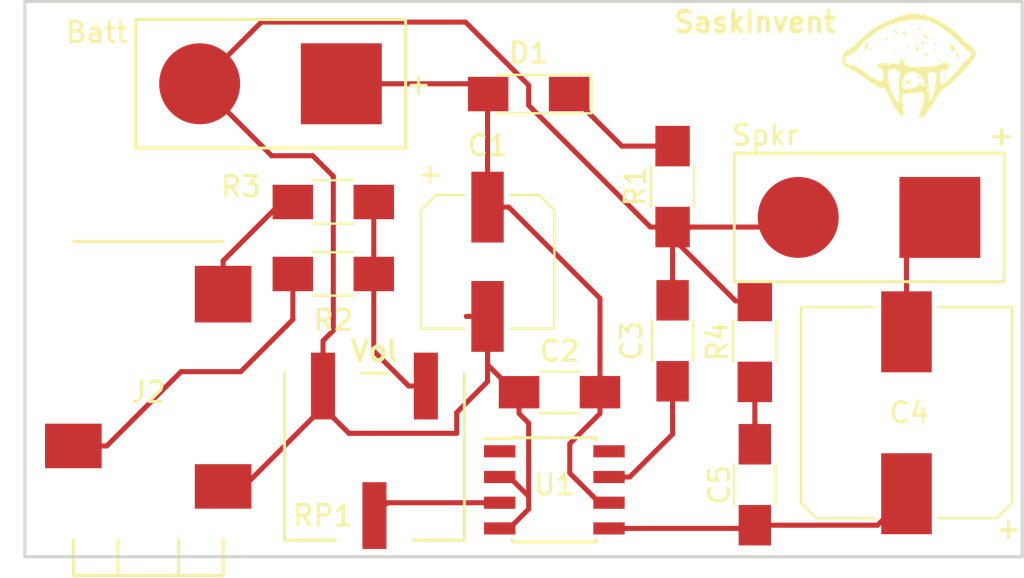
<source format=kicad_pcb>
(kicad_pcb (version 4) (host pcbnew 4.0.7)

  (general
    (links 0)
    (no_connects 0)
    (area 104.572999 65.964999 153.999001 93.547001)
    (thickness 1.6)
    (drawings 9)
    (tracks 89)
    (zones 0)
    (modules 16)
    (nets 14)
  )

  (page A4)
  (layers
    (0 F.Cu signal)
    (31 B.Cu signal)
    (32 B.Adhes user)
    (33 F.Adhes user)
    (34 B.Paste user)
    (35 F.Paste user)
    (36 B.SilkS user)
    (37 F.SilkS user)
    (38 B.Mask user)
    (39 F.Mask user)
    (40 Dwgs.User user)
    (41 Cmts.User user)
    (42 Eco1.User user)
    (43 Eco2.User user)
    (44 Edge.Cuts user)
    (45 Margin user)
    (46 B.CrtYd user)
    (47 F.CrtYd user)
    (48 B.Fab user)
    (49 F.Fab user)
  )

  (setup
    (last_trace_width 0.25)
    (trace_clearance 0.2)
    (zone_clearance 0.508)
    (zone_45_only no)
    (trace_min 0.1524)
    (segment_width 0.2)
    (edge_width 0.15)
    (via_size 0.6)
    (via_drill 0.4)
    (via_min_size 0.4)
    (via_min_drill 0.3048)
    (uvia_size 0.3)
    (uvia_drill 0.1)
    (uvias_allowed no)
    (uvia_min_size 0.2)
    (uvia_min_drill 0.1)
    (pcb_text_width 0.3)
    (pcb_text_size 1.5 1.5)
    (mod_edge_width 0.15)
    (mod_text_size 1 1)
    (mod_text_width 0.15)
    (pad_size 1.524 1.524)
    (pad_drill 0.762)
    (pad_to_mask_clearance 0.2)
    (aux_axis_origin 0 0)
    (visible_elements FFFFFF7F)
    (pcbplotparams
      (layerselection 0x00030_80000001)
      (usegerberextensions false)
      (excludeedgelayer true)
      (linewidth 0.100000)
      (plotframeref false)
      (viasonmask false)
      (mode 1)
      (useauxorigin false)
      (hpglpennumber 1)
      (hpglpenspeed 20)
      (hpglpendiameter 15)
      (hpglpenoverlay 2)
      (psnegative false)
      (psa4output false)
      (plotreference true)
      (plotvalue true)
      (plotinvisibletext false)
      (padsonsilk false)
      (subtractmaskfromsilk false)
      (outputformat 1)
      (mirror false)
      (drillshape 1)
      (scaleselection 1)
      (outputdirectory ""))
  )

  (net 0 "")
  (net 1 +9V)
  (net 2 GND)
  (net 3 "Net-(C3-Pad2)")
  (net 4 "Net-(C4-Pad1)")
  (net 5 "Net-(C4-Pad2)")
  (net 6 "Net-(C5-Pad2)")
  (net 7 "Net-(D1-Pad1)")
  (net 8 "Net-(J2-Pad2)")
  (net 9 "Net-(J2-Pad3)")
  (net 10 "Net-(R2-Pad1)")
  (net 11 "Net-(RP1-Pad2)")
  (net 12 "Net-(U1-Pad1)")
  (net 13 "Net-(U1-Pad8)")

  (net_class Default "This is the default net class."
    (clearance 0.2)
    (trace_width 0.25)
    (via_dia 0.6)
    (via_drill 0.4)
    (uvia_dia 0.3)
    (uvia_drill 0.1)
    (add_net +9V)
    (add_net GND)
    (add_net "Net-(C3-Pad2)")
    (add_net "Net-(C4-Pad1)")
    (add_net "Net-(C4-Pad2)")
    (add_net "Net-(C5-Pad2)")
    (add_net "Net-(D1-Pad1)")
    (add_net "Net-(J2-Pad2)")
    (add_net "Net-(J2-Pad3)")
    (add_net "Net-(R2-Pad1)")
    (add_net "Net-(RP1-Pad2)")
    (add_net "Net-(U1-Pad1)")
    (add_net "Net-(U1-Pad8)")
  )

  (module Capacitors_SMD:CP_Elec_6.3x7.7 (layer F.Cu) (tedit 58AA8B76) (tstamp 5A597D6F)
    (at 127.508 78.9 270)
    (descr "SMT capacitor, aluminium electrolytic, 6.3x7.7")
    (path /5A5703D3)
    (attr smd)
    (fp_text reference C1 (at -5.748 0 360) (layer F.SilkS)
      (effects (font (size 1 1) (thickness 0.15)))
    )
    (fp_text value 100uF (at 0 -4.43 270) (layer F.Fab)
      (effects (font (size 1 1) (thickness 0.15)))
    )
    (fp_circle (center 0 0) (end 0.5 3) (layer F.Fab) (width 0.1))
    (fp_text user + (at -1.73 -0.08 270) (layer F.Fab)
      (effects (font (size 1 1) (thickness 0.15)))
    )
    (fp_text user + (at -4.28 2.91 270) (layer F.SilkS)
      (effects (font (size 1 1) (thickness 0.15)))
    )
    (fp_text user %R (at 0 4.43 270) (layer F.Fab)
      (effects (font (size 1 1) (thickness 0.15)))
    )
    (fp_line (start 3.15 3.15) (end 3.15 -3.15) (layer F.Fab) (width 0.1))
    (fp_line (start -2.48 3.15) (end 3.15 3.15) (layer F.Fab) (width 0.1))
    (fp_line (start -3.15 2.48) (end -2.48 3.15) (layer F.Fab) (width 0.1))
    (fp_line (start -3.15 -2.48) (end -3.15 2.48) (layer F.Fab) (width 0.1))
    (fp_line (start -2.48 -3.15) (end -3.15 -2.48) (layer F.Fab) (width 0.1))
    (fp_line (start 3.15 -3.15) (end -2.48 -3.15) (layer F.Fab) (width 0.1))
    (fp_line (start -3.3 2.54) (end -3.3 1.12) (layer F.SilkS) (width 0.12))
    (fp_line (start 3.3 3.3) (end 3.3 1.12) (layer F.SilkS) (width 0.12))
    (fp_line (start 3.3 -3.3) (end 3.3 -1.12) (layer F.SilkS) (width 0.12))
    (fp_line (start -3.3 -2.54) (end -3.3 -1.12) (layer F.SilkS) (width 0.12))
    (fp_line (start 3.3 3.3) (end -2.54 3.3) (layer F.SilkS) (width 0.12))
    (fp_line (start -2.54 3.3) (end -3.3 2.54) (layer F.SilkS) (width 0.12))
    (fp_line (start -3.3 -2.54) (end -2.54 -3.3) (layer F.SilkS) (width 0.12))
    (fp_line (start -2.54 -3.3) (end 3.3 -3.3) (layer F.SilkS) (width 0.12))
    (fp_line (start -4.7 -3.4) (end 4.7 -3.4) (layer F.CrtYd) (width 0.05))
    (fp_line (start -4.7 -3.4) (end -4.7 3.4) (layer F.CrtYd) (width 0.05))
    (fp_line (start 4.7 3.4) (end 4.7 -3.4) (layer F.CrtYd) (width 0.05))
    (fp_line (start 4.7 3.4) (end -4.7 3.4) (layer F.CrtYd) (width 0.05))
    (pad 1 smd rect (at -2.7 0 90) (size 3.5 1.6) (layers F.Cu F.Paste F.Mask)
      (net 1 +9V))
    (pad 2 smd rect (at 2.7 0 90) (size 3.5 1.6) (layers F.Cu F.Paste F.Mask)
      (net 2 GND))
    (model Capacitors_SMD.3dshapes/CP_Elec_6.3x7.7.wrl
      (at (xyz 0 0 0))
      (scale (xyz 1 1 1))
      (rotate (xyz 0 0 180))
    )
  )

  (module Capacitors_SMD:C_1206_HandSoldering (layer F.Cu) (tedit 58AA84D1) (tstamp 5A597D80)
    (at 131.064 85.344 180)
    (descr "Capacitor SMD 1206, hand soldering")
    (tags "capacitor 1206")
    (path /5A570291)
    (attr smd)
    (fp_text reference C2 (at 0 2.032 180) (layer F.SilkS)
      (effects (font (size 1 1) (thickness 0.15)))
    )
    (fp_text value 0.1uF (at 0 2 180) (layer F.Fab)
      (effects (font (size 1 1) (thickness 0.15)))
    )
    (fp_text user %R (at 0 -1.75 180) (layer F.Fab)
      (effects (font (size 1 1) (thickness 0.15)))
    )
    (fp_line (start -1.6 0.8) (end -1.6 -0.8) (layer F.Fab) (width 0.1))
    (fp_line (start 1.6 0.8) (end -1.6 0.8) (layer F.Fab) (width 0.1))
    (fp_line (start 1.6 -0.8) (end 1.6 0.8) (layer F.Fab) (width 0.1))
    (fp_line (start -1.6 -0.8) (end 1.6 -0.8) (layer F.Fab) (width 0.1))
    (fp_line (start 1 -1.02) (end -1 -1.02) (layer F.SilkS) (width 0.12))
    (fp_line (start -1 1.02) (end 1 1.02) (layer F.SilkS) (width 0.12))
    (fp_line (start -3.25 -1.05) (end 3.25 -1.05) (layer F.CrtYd) (width 0.05))
    (fp_line (start -3.25 -1.05) (end -3.25 1.05) (layer F.CrtYd) (width 0.05))
    (fp_line (start 3.25 1.05) (end 3.25 -1.05) (layer F.CrtYd) (width 0.05))
    (fp_line (start 3.25 1.05) (end -3.25 1.05) (layer F.CrtYd) (width 0.05))
    (pad 1 smd rect (at -2 0 180) (size 2 1.6) (layers F.Cu F.Paste F.Mask)
      (net 1 +9V))
    (pad 2 smd rect (at 2 0 180) (size 2 1.6) (layers F.Cu F.Paste F.Mask)
      (net 2 GND))
    (model Capacitors_SMD.3dshapes/C_1206.wrl
      (at (xyz 0 0 0))
      (scale (xyz 1 1 1))
      (rotate (xyz 0 0 0))
    )
  )

  (module Capacitors_SMD:C_1206_HandSoldering (layer F.Cu) (tedit 58AA84D1) (tstamp 5A597D91)
    (at 136.652 82.804 270)
    (descr "Capacitor SMD 1206, hand soldering")
    (tags "capacitor 1206")
    (path /5A56FA0F)
    (attr smd)
    (fp_text reference C3 (at 0 2.032 270) (layer F.SilkS)
      (effects (font (size 1 1) (thickness 0.15)))
    )
    (fp_text value 0.1uF (at 0 2 270) (layer F.Fab)
      (effects (font (size 1 1) (thickness 0.15)))
    )
    (fp_text user %R (at 0 -1.75 270) (layer F.Fab)
      (effects (font (size 1 1) (thickness 0.15)))
    )
    (fp_line (start -1.6 0.8) (end -1.6 -0.8) (layer F.Fab) (width 0.1))
    (fp_line (start 1.6 0.8) (end -1.6 0.8) (layer F.Fab) (width 0.1))
    (fp_line (start 1.6 -0.8) (end 1.6 0.8) (layer F.Fab) (width 0.1))
    (fp_line (start -1.6 -0.8) (end 1.6 -0.8) (layer F.Fab) (width 0.1))
    (fp_line (start 1 -1.02) (end -1 -1.02) (layer F.SilkS) (width 0.12))
    (fp_line (start -1 1.02) (end 1 1.02) (layer F.SilkS) (width 0.12))
    (fp_line (start -3.25 -1.05) (end 3.25 -1.05) (layer F.CrtYd) (width 0.05))
    (fp_line (start -3.25 -1.05) (end -3.25 1.05) (layer F.CrtYd) (width 0.05))
    (fp_line (start 3.25 1.05) (end 3.25 -1.05) (layer F.CrtYd) (width 0.05))
    (fp_line (start 3.25 1.05) (end -3.25 1.05) (layer F.CrtYd) (width 0.05))
    (pad 1 smd rect (at -2 0 270) (size 2 1.6) (layers F.Cu F.Paste F.Mask)
      (net 2 GND))
    (pad 2 smd rect (at 2 0 270) (size 2 1.6) (layers F.Cu F.Paste F.Mask)
      (net 3 "Net-(C3-Pad2)"))
    (model Capacitors_SMD.3dshapes/C_1206.wrl
      (at (xyz 0 0 0))
      (scale (xyz 1 1 1))
      (rotate (xyz 0 0 0))
    )
  )

  (module Capacitors_SMD:CP_Elec_10x10 (layer F.Cu) (tedit 58AA9194) (tstamp 5A597DAD)
    (at 148.209 86.36 90)
    (descr "SMT capacitor, aluminium electrolytic, 10x10")
    (path /5A56FBDB)
    (attr smd)
    (fp_text reference C4 (at 0 0.127 180) (layer F.SilkS)
      (effects (font (size 1 1) (thickness 0.15)))
    )
    (fp_text value 1000uF (at 0 -6.46 90) (layer F.Fab)
      (effects (font (size 1 1) (thickness 0.15)))
    )
    (fp_circle (center 0 0) (end 0.1 5) (layer F.Fab) (width 0.1))
    (fp_text user + (at -2.91 -0.08 90) (layer F.Fab)
      (effects (font (size 1 1) (thickness 0.15)))
    )
    (fp_text user + (at -5.78 4.97 90) (layer F.SilkS)
      (effects (font (size 1 1) (thickness 0.15)))
    )
    (fp_text user %R (at 0 0.127 180) (layer F.Fab)
      (effects (font (size 1 1) (thickness 0.15)))
    )
    (fp_line (start -5.21 -4.45) (end -5.21 -1.56) (layer F.SilkS) (width 0.12))
    (fp_line (start -5.21 4.45) (end -5.21 1.56) (layer F.SilkS) (width 0.12))
    (fp_line (start 5.21 5.21) (end 5.21 1.56) (layer F.SilkS) (width 0.12))
    (fp_line (start 5.21 -5.21) (end 5.21 -1.56) (layer F.SilkS) (width 0.12))
    (fp_line (start 5.05 5.05) (end 5.05 -5.05) (layer F.Fab) (width 0.1))
    (fp_line (start -4.38 5.05) (end 5.05 5.05) (layer F.Fab) (width 0.1))
    (fp_line (start -5.05 4.38) (end -4.38 5.05) (layer F.Fab) (width 0.1))
    (fp_line (start -5.05 -4.38) (end -5.05 4.38) (layer F.Fab) (width 0.1))
    (fp_line (start -4.38 -5.05) (end -5.05 -4.38) (layer F.Fab) (width 0.1))
    (fp_line (start 5.05 -5.05) (end -4.38 -5.05) (layer F.Fab) (width 0.1))
    (fp_line (start 5.21 5.21) (end -4.45 5.21) (layer F.SilkS) (width 0.12))
    (fp_line (start -4.45 5.21) (end -5.21 4.45) (layer F.SilkS) (width 0.12))
    (fp_line (start -5.21 -4.45) (end -4.45 -5.21) (layer F.SilkS) (width 0.12))
    (fp_line (start -4.45 -5.21) (end 5.21 -5.21) (layer F.SilkS) (width 0.12))
    (fp_line (start -6.25 -5.31) (end 6.25 -5.31) (layer F.CrtYd) (width 0.05))
    (fp_line (start -6.25 -5.31) (end -6.25 5.3) (layer F.CrtYd) (width 0.05))
    (fp_line (start 6.25 5.3) (end 6.25 -5.31) (layer F.CrtYd) (width 0.05))
    (fp_line (start 6.25 5.3) (end -6.25 5.3) (layer F.CrtYd) (width 0.05))
    (pad 1 smd rect (at -4 0 270) (size 4 2.5) (layers F.Cu F.Paste F.Mask)
      (net 4 "Net-(C4-Pad1)"))
    (pad 2 smd rect (at 4 0 270) (size 4 2.5) (layers F.Cu F.Paste F.Mask)
      (net 5 "Net-(C4-Pad2)"))
    (model Capacitors_SMD.3dshapes/CP_Elec_10x10.wrl
      (at (xyz 0 0 0))
      (scale (xyz 1 1 1))
      (rotate (xyz 0 0 180))
    )
  )

  (module Capacitors_SMD:C_1206_HandSoldering (layer F.Cu) (tedit 58AA84D1) (tstamp 5A597DBE)
    (at 140.716 89.916 90)
    (descr "Capacitor SMD 1206, hand soldering")
    (tags "capacitor 1206")
    (path /5A56FB25)
    (attr smd)
    (fp_text reference C5 (at 0 -1.75 90) (layer F.SilkS)
      (effects (font (size 1 1) (thickness 0.15)))
    )
    (fp_text value 0.047uF (at 0 2 90) (layer F.Fab)
      (effects (font (size 1 1) (thickness 0.15)))
    )
    (fp_text user %R (at 0 -1.75 90) (layer F.Fab)
      (effects (font (size 1 1) (thickness 0.15)))
    )
    (fp_line (start -1.6 0.8) (end -1.6 -0.8) (layer F.Fab) (width 0.1))
    (fp_line (start 1.6 0.8) (end -1.6 0.8) (layer F.Fab) (width 0.1))
    (fp_line (start 1.6 -0.8) (end 1.6 0.8) (layer F.Fab) (width 0.1))
    (fp_line (start -1.6 -0.8) (end 1.6 -0.8) (layer F.Fab) (width 0.1))
    (fp_line (start 1 -1.02) (end -1 -1.02) (layer F.SilkS) (width 0.12))
    (fp_line (start -1 1.02) (end 1 1.02) (layer F.SilkS) (width 0.12))
    (fp_line (start -3.25 -1.05) (end 3.25 -1.05) (layer F.CrtYd) (width 0.05))
    (fp_line (start -3.25 -1.05) (end -3.25 1.05) (layer F.CrtYd) (width 0.05))
    (fp_line (start 3.25 1.05) (end 3.25 -1.05) (layer F.CrtYd) (width 0.05))
    (fp_line (start 3.25 1.05) (end -3.25 1.05) (layer F.CrtYd) (width 0.05))
    (pad 1 smd rect (at -2 0 90) (size 2 1.6) (layers F.Cu F.Paste F.Mask)
      (net 4 "Net-(C4-Pad1)"))
    (pad 2 smd rect (at 2 0 90) (size 2 1.6) (layers F.Cu F.Paste F.Mask)
      (net 6 "Net-(C5-Pad2)"))
    (model Capacitors_SMD.3dshapes/C_1206.wrl
      (at (xyz 0 0 0))
      (scale (xyz 1 1 1))
      (rotate (xyz 0 0 0))
    )
  )

  (module LEDs:LED_1206_HandSoldering (layer F.Cu) (tedit 595FC724) (tstamp 5A597DD3)
    (at 129.54 70.612 180)
    (descr "LED SMD 1206, hand soldering")
    (tags "LED 1206")
    (path /5A570F87)
    (attr smd)
    (fp_text reference D1 (at 0 2.032 180) (layer F.SilkS)
      (effects (font (size 1 1) (thickness 0.15)))
    )
    (fp_text value LED (at 0 1.9 180) (layer F.Fab)
      (effects (font (size 1 1) (thickness 0.15)))
    )
    (fp_line (start -3.1 -0.95) (end -3.1 0.95) (layer F.SilkS) (width 0.12))
    (fp_line (start -0.4 0) (end 0.2 -0.4) (layer F.Fab) (width 0.1))
    (fp_line (start 0.2 -0.4) (end 0.2 0.4) (layer F.Fab) (width 0.1))
    (fp_line (start 0.2 0.4) (end -0.4 0) (layer F.Fab) (width 0.1))
    (fp_line (start -0.45 -0.4) (end -0.45 0.4) (layer F.Fab) (width 0.1))
    (fp_line (start -1.6 0.8) (end -1.6 -0.8) (layer F.Fab) (width 0.1))
    (fp_line (start 1.6 0.8) (end -1.6 0.8) (layer F.Fab) (width 0.1))
    (fp_line (start 1.6 -0.8) (end 1.6 0.8) (layer F.Fab) (width 0.1))
    (fp_line (start -1.6 -0.8) (end 1.6 -0.8) (layer F.Fab) (width 0.1))
    (fp_line (start -3.1 0.95) (end 1.6 0.95) (layer F.SilkS) (width 0.12))
    (fp_line (start -3.1 -0.95) (end 1.6 -0.95) (layer F.SilkS) (width 0.12))
    (fp_line (start -3.25 -1.11) (end 3.25 -1.11) (layer F.CrtYd) (width 0.05))
    (fp_line (start -3.25 -1.11) (end -3.25 1.1) (layer F.CrtYd) (width 0.05))
    (fp_line (start 3.25 1.1) (end 3.25 -1.11) (layer F.CrtYd) (width 0.05))
    (fp_line (start 3.25 1.1) (end -3.25 1.1) (layer F.CrtYd) (width 0.05))
    (pad 1 smd rect (at -2 0 180) (size 2 1.7) (layers F.Cu F.Paste F.Mask)
      (net 7 "Net-(D1-Pad1)"))
    (pad 2 smd rect (at 2 0 180) (size 2 1.7) (layers F.Cu F.Paste F.Mask)
      (net 1 +9V))
    (model ${KISYS3DMOD}/LEDs.3dshapes/LED_1206.wrl
      (at (xyz 0 0 0))
      (scale (xyz 1 1 1))
      (rotate (xyz 0 0 180))
    )
  )

  (module lib_fp:audio_jack_cui_sj3523 (layer F.Cu) (tedit 5A597B0B) (tstamp 5A597DEF)
    (at 110.744 88.9 90)
    (path /5A591045)
    (fp_text reference J2 (at 3.556 0 180) (layer F.SilkS)
      (effects (font (size 1 1) (thickness 0.15)))
    )
    (fp_text value "3.5mm Audio" (at 3.2385 -6.477 90) (layer F.Fab)
      (effects (font (size 1 1) (thickness 0.15)))
    )
    (fp_line (start -5.5 -1.5) (end -3.75 -1.5) (layer F.SilkS) (width 0.15))
    (fp_line (start 11 3.7) (end 11 -3.7) (layer F.SilkS) (width 0.15))
    (fp_line (start -5.5 3.7) (end -3.75 3.7) (layer F.SilkS) (width 0.15))
    (fp_line (start -5.5 3.7) (end -5.5 -3.7) (layer F.SilkS) (width 0.15))
    (fp_line (start -5.5 -3.7) (end -3.75 -3.7) (layer F.SilkS) (width 0.15))
    (fp_line (start -5.5 1.5) (end -3.75 1.5) (layer F.SilkS) (width 0.15))
    (pad "" np_thru_hole circle (at 0 0 90) (size 1.85 1.85) (drill 1.85) (layers *.Cu *.Mask))
    (pad 1 smd rect (at -1.1 3.7 90) (size 2.2 2.8) (layers F.Cu F.Paste F.Mask)
      (net 2 GND))
    (pad 2 smd rect (at 8.4 3.7 90) (size 2.8 2.8) (layers F.Cu F.Paste F.Mask)
      (net 8 "Net-(J2-Pad2)"))
    (pad "" np_thru_hole circle (at 7 0 90) (size 1.85 1.85) (drill 1.85) (layers *.Cu *.Mask))
    (pad 3 smd rect (at 0.9 -3.7 90) (size 2.2 2.8) (layers F.Cu F.Paste F.Mask)
      (net 9 "Net-(J2-Pad3)"))
    (model ${KIPRJMOD}/3d_models/audio_jack_cui_sj3253.wrl
      (at (xyz -0.236 0.177 -0.03))
      (scale (xyz 0.3937 0.3937 0.3937))
      (rotate (xyz 270 0 0))
    )
  )

  (module Resistors_SMD:R_1206_HandSoldering (layer F.Cu) (tedit 58E0A804) (tstamp 5A597E0D)
    (at 136.652 75.184 90)
    (descr "Resistor SMD 1206, hand soldering")
    (tags "resistor 1206")
    (path /5A57145C)
    (attr smd)
    (fp_text reference R1 (at 0 -1.85 90) (layer F.SilkS)
      (effects (font (size 1 1) (thickness 0.15)))
    )
    (fp_text value 270 (at 0 1.9 90) (layer F.Fab)
      (effects (font (size 1 1) (thickness 0.15)))
    )
    (fp_text user %R (at 0 0 90) (layer F.Fab)
      (effects (font (size 0.7 0.7) (thickness 0.105)))
    )
    (fp_line (start -1.6 0.8) (end -1.6 -0.8) (layer F.Fab) (width 0.1))
    (fp_line (start 1.6 0.8) (end -1.6 0.8) (layer F.Fab) (width 0.1))
    (fp_line (start 1.6 -0.8) (end 1.6 0.8) (layer F.Fab) (width 0.1))
    (fp_line (start -1.6 -0.8) (end 1.6 -0.8) (layer F.Fab) (width 0.1))
    (fp_line (start 1 1.07) (end -1 1.07) (layer F.SilkS) (width 0.12))
    (fp_line (start -1 -1.07) (end 1 -1.07) (layer F.SilkS) (width 0.12))
    (fp_line (start -3.25 -1.11) (end 3.25 -1.11) (layer F.CrtYd) (width 0.05))
    (fp_line (start -3.25 -1.11) (end -3.25 1.1) (layer F.CrtYd) (width 0.05))
    (fp_line (start 3.25 1.1) (end 3.25 -1.11) (layer F.CrtYd) (width 0.05))
    (fp_line (start 3.25 1.1) (end -3.25 1.1) (layer F.CrtYd) (width 0.05))
    (pad 1 smd rect (at -2 0 90) (size 2 1.7) (layers F.Cu F.Paste F.Mask)
      (net 2 GND))
    (pad 2 smd rect (at 2 0 90) (size 2 1.7) (layers F.Cu F.Paste F.Mask)
      (net 7 "Net-(D1-Pad1)"))
    (model ${KISYS3DMOD}/Resistors_SMD.3dshapes/R_1206.wrl
      (at (xyz 0 0 0))
      (scale (xyz 1 1 1))
      (rotate (xyz 0 0 0))
    )
  )

  (module Resistors_SMD:R_1206_HandSoldering (layer F.Cu) (tedit 58E0A804) (tstamp 5A597E1E)
    (at 119.888 79.502 180)
    (descr "Resistor SMD 1206, hand soldering")
    (tags "resistor 1206")
    (path /5A56FD72)
    (attr smd)
    (fp_text reference R2 (at 0 -2.286 180) (layer F.SilkS)
      (effects (font (size 1 1) (thickness 0.15)))
    )
    (fp_text value 1k (at 0 1.9 180) (layer F.Fab)
      (effects (font (size 1 1) (thickness 0.15)))
    )
    (fp_text user %R (at 0 0 180) (layer F.Fab)
      (effects (font (size 0.7 0.7) (thickness 0.105)))
    )
    (fp_line (start -1.6 0.8) (end -1.6 -0.8) (layer F.Fab) (width 0.1))
    (fp_line (start 1.6 0.8) (end -1.6 0.8) (layer F.Fab) (width 0.1))
    (fp_line (start 1.6 -0.8) (end 1.6 0.8) (layer F.Fab) (width 0.1))
    (fp_line (start -1.6 -0.8) (end 1.6 -0.8) (layer F.Fab) (width 0.1))
    (fp_line (start 1 1.07) (end -1 1.07) (layer F.SilkS) (width 0.12))
    (fp_line (start -1 -1.07) (end 1 -1.07) (layer F.SilkS) (width 0.12))
    (fp_line (start -3.25 -1.11) (end 3.25 -1.11) (layer F.CrtYd) (width 0.05))
    (fp_line (start -3.25 -1.11) (end -3.25 1.1) (layer F.CrtYd) (width 0.05))
    (fp_line (start 3.25 1.1) (end 3.25 -1.11) (layer F.CrtYd) (width 0.05))
    (fp_line (start 3.25 1.1) (end -3.25 1.1) (layer F.CrtYd) (width 0.05))
    (pad 1 smd rect (at -2 0 180) (size 2 1.7) (layers F.Cu F.Paste F.Mask)
      (net 10 "Net-(R2-Pad1)"))
    (pad 2 smd rect (at 2 0 180) (size 2 1.7) (layers F.Cu F.Paste F.Mask)
      (net 9 "Net-(J2-Pad3)"))
    (model ${KISYS3DMOD}/Resistors_SMD.3dshapes/R_1206.wrl
      (at (xyz 0 0 0))
      (scale (xyz 1 1 1))
      (rotate (xyz 0 0 0))
    )
  )

  (module Resistors_SMD:R_1206_HandSoldering (layer F.Cu) (tedit 58E0A804) (tstamp 5A597E2F)
    (at 119.888 75.946 180)
    (descr "Resistor SMD 1206, hand soldering")
    (tags "resistor 1206")
    (path /5A56FE67)
    (attr smd)
    (fp_text reference R3 (at 4.572 0.762 180) (layer F.SilkS)
      (effects (font (size 1 1) (thickness 0.15)))
    )
    (fp_text value 1k (at 0 1.9 180) (layer F.Fab)
      (effects (font (size 1 1) (thickness 0.15)))
    )
    (fp_text user %R (at 0 0 180) (layer F.Fab)
      (effects (font (size 0.7 0.7) (thickness 0.105)))
    )
    (fp_line (start -1.6 0.8) (end -1.6 -0.8) (layer F.Fab) (width 0.1))
    (fp_line (start 1.6 0.8) (end -1.6 0.8) (layer F.Fab) (width 0.1))
    (fp_line (start 1.6 -0.8) (end 1.6 0.8) (layer F.Fab) (width 0.1))
    (fp_line (start -1.6 -0.8) (end 1.6 -0.8) (layer F.Fab) (width 0.1))
    (fp_line (start 1 1.07) (end -1 1.07) (layer F.SilkS) (width 0.12))
    (fp_line (start -1 -1.07) (end 1 -1.07) (layer F.SilkS) (width 0.12))
    (fp_line (start -3.25 -1.11) (end 3.25 -1.11) (layer F.CrtYd) (width 0.05))
    (fp_line (start -3.25 -1.11) (end -3.25 1.1) (layer F.CrtYd) (width 0.05))
    (fp_line (start 3.25 1.1) (end 3.25 -1.11) (layer F.CrtYd) (width 0.05))
    (fp_line (start 3.25 1.1) (end -3.25 1.1) (layer F.CrtYd) (width 0.05))
    (pad 1 smd rect (at -2 0 180) (size 2 1.7) (layers F.Cu F.Paste F.Mask)
      (net 10 "Net-(R2-Pad1)"))
    (pad 2 smd rect (at 2 0 180) (size 2 1.7) (layers F.Cu F.Paste F.Mask)
      (net 8 "Net-(J2-Pad2)"))
    (model ${KISYS3DMOD}/Resistors_SMD.3dshapes/R_1206.wrl
      (at (xyz 0 0 0))
      (scale (xyz 1 1 1))
      (rotate (xyz 0 0 0))
    )
  )

  (module Resistors_SMD:R_1206_HandSoldering (layer F.Cu) (tedit 58E0A804) (tstamp 5A597E40)
    (at 140.716 82.836 90)
    (descr "Resistor SMD 1206, hand soldering")
    (tags "resistor 1206")
    (path /5A56FB70)
    (attr smd)
    (fp_text reference R4 (at 0 -1.85 90) (layer F.SilkS)
      (effects (font (size 1 1) (thickness 0.15)))
    )
    (fp_text value 10 (at 0 1.9 90) (layer F.Fab)
      (effects (font (size 1 1) (thickness 0.15)))
    )
    (fp_text user %R (at 0 0 90) (layer F.Fab)
      (effects (font (size 0.7 0.7) (thickness 0.105)))
    )
    (fp_line (start -1.6 0.8) (end -1.6 -0.8) (layer F.Fab) (width 0.1))
    (fp_line (start 1.6 0.8) (end -1.6 0.8) (layer F.Fab) (width 0.1))
    (fp_line (start 1.6 -0.8) (end 1.6 0.8) (layer F.Fab) (width 0.1))
    (fp_line (start -1.6 -0.8) (end 1.6 -0.8) (layer F.Fab) (width 0.1))
    (fp_line (start 1 1.07) (end -1 1.07) (layer F.SilkS) (width 0.12))
    (fp_line (start -1 -1.07) (end 1 -1.07) (layer F.SilkS) (width 0.12))
    (fp_line (start -3.25 -1.11) (end 3.25 -1.11) (layer F.CrtYd) (width 0.05))
    (fp_line (start -3.25 -1.11) (end -3.25 1.1) (layer F.CrtYd) (width 0.05))
    (fp_line (start 3.25 1.1) (end 3.25 -1.11) (layer F.CrtYd) (width 0.05))
    (fp_line (start 3.25 1.1) (end -3.25 1.1) (layer F.CrtYd) (width 0.05))
    (pad 1 smd rect (at -2 0 90) (size 2 1.7) (layers F.Cu F.Paste F.Mask)
      (net 6 "Net-(C5-Pad2)"))
    (pad 2 smd rect (at 2 0 90) (size 2 1.7) (layers F.Cu F.Paste F.Mask)
      (net 2 GND))
    (model ${KISYS3DMOD}/Resistors_SMD.3dshapes/R_1206.wrl
      (at (xyz 0 0 0))
      (scale (xyz 1 1 1))
      (rotate (xyz 0 0 0))
    )
  )

  (module lib_fp:trimpot_bourns_3361P (layer F.Cu) (tedit 5A596BFC) (tstamp 5A597E4C)
    (at 121.92 85.04 180)
    (path /5A59151C)
    (fp_text reference RP1 (at 2.54 -6.4 180) (layer F.SilkS)
      (effects (font (size 1 1) (thickness 0.15)))
    )
    (fp_text value POT_TRIM (at -0.254 -9.271 180) (layer F.Fab) hide
      (effects (font (size 1 1) (thickness 0.15)))
    )
    (fp_line (start -0.635 0.635) (end 0.635 0.635) (layer F.SilkS) (width 0.15))
    (fp_line (start 1.905 -7.62) (end 4.445 -7.62) (layer F.SilkS) (width 0.15))
    (fp_line (start -4.445 -7.62) (end -1.905 -7.62) (layer F.SilkS) (width 0.15))
    (fp_line (start 4.445 -7.62) (end 4.445 0.635) (layer F.SilkS) (width 0.15))
    (fp_line (start -4.445 0.635) (end -4.445 -7.62) (layer F.SilkS) (width 0.15))
    (pad 1 smd rect (at -2.54 0 180) (size 1.19 3.3) (layers F.Cu F.Paste F.Mask)
      (net 10 "Net-(R2-Pad1)"))
    (pad 2 smd rect (at 0 -6.4 180) (size 1.19 3.3) (layers F.Cu F.Paste F.Mask)
      (net 11 "Net-(RP1-Pad2)"))
    (pad 3 smd rect (at 2.54 0 180) (size 1.19 3.3) (layers F.Cu F.Paste F.Mask)
      (net 2 GND))
    (model ${KIPRJMOD}/3d_models/trimpot_bourns_3361P.wrl
      (at (xyz 0.07000000000000001 0.07000000000000001 0.09))
      (scale (xyz 0.3937 0.3937 0.3937))
      (rotate (xyz 0 0 180))
    )
  )

  (module Housings_SOIC:SOIC-8_3.9x4.9mm_Pitch1.27mm (layer F.Cu) (tedit 58CD0CDA) (tstamp 5A597E69)
    (at 130.81 90.17)
    (descr "8-Lead Plastic Small Outline (SN) - Narrow, 3.90 mm Body [SOIC] (see Microchip Packaging Specification 00000049BS.pdf)")
    (tags "SOIC 1.27")
    (path /5A56F975)
    (attr smd)
    (fp_text reference U1 (at 0 -0.254) (layer F.SilkS)
      (effects (font (size 1 1) (thickness 0.15)))
    )
    (fp_text value LM386 (at 0 3.5) (layer F.Fab)
      (effects (font (size 1 1) (thickness 0.15)))
    )
    (fp_text user %R (at 0 0) (layer F.Fab)
      (effects (font (size 1 1) (thickness 0.15)))
    )
    (fp_line (start -0.95 -2.45) (end 1.95 -2.45) (layer F.Fab) (width 0.1))
    (fp_line (start 1.95 -2.45) (end 1.95 2.45) (layer F.Fab) (width 0.1))
    (fp_line (start 1.95 2.45) (end -1.95 2.45) (layer F.Fab) (width 0.1))
    (fp_line (start -1.95 2.45) (end -1.95 -1.45) (layer F.Fab) (width 0.1))
    (fp_line (start -1.95 -1.45) (end -0.95 -2.45) (layer F.Fab) (width 0.1))
    (fp_line (start -3.73 -2.7) (end -3.73 2.7) (layer F.CrtYd) (width 0.05))
    (fp_line (start 3.73 -2.7) (end 3.73 2.7) (layer F.CrtYd) (width 0.05))
    (fp_line (start -3.73 -2.7) (end 3.73 -2.7) (layer F.CrtYd) (width 0.05))
    (fp_line (start -3.73 2.7) (end 3.73 2.7) (layer F.CrtYd) (width 0.05))
    (fp_line (start -2.075 -2.575) (end -2.075 -2.525) (layer F.SilkS) (width 0.15))
    (fp_line (start 2.075 -2.575) (end 2.075 -2.43) (layer F.SilkS) (width 0.15))
    (fp_line (start 2.075 2.575) (end 2.075 2.43) (layer F.SilkS) (width 0.15))
    (fp_line (start -2.075 2.575) (end -2.075 2.43) (layer F.SilkS) (width 0.15))
    (fp_line (start -2.075 -2.575) (end 2.075 -2.575) (layer F.SilkS) (width 0.15))
    (fp_line (start -2.075 2.575) (end 2.075 2.575) (layer F.SilkS) (width 0.15))
    (fp_line (start -2.075 -2.525) (end -3.475 -2.525) (layer F.SilkS) (width 0.15))
    (pad 1 smd rect (at -2.7 -1.905) (size 1.55 0.6) (layers F.Cu F.Paste F.Mask)
      (net 12 "Net-(U1-Pad1)"))
    (pad 2 smd rect (at -2.7 -0.635) (size 1.55 0.6) (layers F.Cu F.Paste F.Mask)
      (net 2 GND))
    (pad 3 smd rect (at -2.7 0.635) (size 1.55 0.6) (layers F.Cu F.Paste F.Mask)
      (net 11 "Net-(RP1-Pad2)"))
    (pad 4 smd rect (at -2.7 1.905) (size 1.55 0.6) (layers F.Cu F.Paste F.Mask)
      (net 2 GND))
    (pad 5 smd rect (at 2.7 1.905) (size 1.55 0.6) (layers F.Cu F.Paste F.Mask)
      (net 4 "Net-(C4-Pad1)"))
    (pad 6 smd rect (at 2.7 0.635) (size 1.55 0.6) (layers F.Cu F.Paste F.Mask)
      (net 1 +9V))
    (pad 7 smd rect (at 2.7 -0.635) (size 1.55 0.6) (layers F.Cu F.Paste F.Mask)
      (net 3 "Net-(C3-Pad2)"))
    (pad 8 smd rect (at 2.7 -1.905) (size 1.55 0.6) (layers F.Cu F.Paste F.Mask)
      (net 13 "Net-(U1-Pad8)"))
    (model ${KISYS3DMOD}/Housings_SOIC.3dshapes/SOIC-8_3.9x4.9mm_Pitch1.27mm.wrl
      (at (xyz 0 0 0))
      (scale (xyz 1 1 1))
      (rotate (xyz 0 0 0))
    )
  )

  (module lib_fp:solder_pads_2 (layer F.Cu) (tedit 5A59AC25) (tstamp 5A598B74)
    (at 120.284 70.104 180)
    (path /5A590CE5)
    (fp_text reference J1 (at 11.572 1.016 180) (layer F.SilkS) hide
      (effects (font (size 1 1) (thickness 0.15)))
    )
    (fp_text value Batt (at 12.08 2.54 180) (layer F.SilkS)
      (effects (font (size 1 1) (thickness 0.15)))
    )
    (fp_line (start 10.16 3.175) (end 10.16 -3.175) (layer F.SilkS) (width 0.15))
    (fp_line (start -3.175 3.175) (end 10.16 3.175) (layer F.SilkS) (width 0.15))
    (fp_line (start -3.175 -3.175) (end -3.175 3.175) (layer F.SilkS) (width 0.15))
    (fp_text user + (at -3.81 0 180) (layer F.SilkS)
      (effects (font (size 1 1) (thickness 0.15)))
    )
    (fp_line (start -3.175 -3.175) (end 10.16 -3.175) (layer F.SilkS) (width 0.15))
    (pad 1 smd rect (at 0 0 180) (size 4 4) (layers F.Cu F.Paste F.Mask)
      (net 1 +9V))
    (pad 2 smd circle (at 7 0 180) (size 4 4) (layers F.Cu F.Paste F.Mask)
      (net 2 GND))
  )

  (module lib_fp:solder_pads_2 (layer F.Cu) (tedit 5A59AC97) (tstamp 5A598B7F)
    (at 149.86 76.708 180)
    (path /5A56FC5F)
    (fp_text reference J3 (at 8.128 4.064 180) (layer F.SilkS) hide
      (effects (font (size 1 1) (thickness 0.15)))
    )
    (fp_text value Spkr (at 8.636 4.064 180) (layer F.SilkS)
      (effects (font (size 1 1) (thickness 0.15)))
    )
    (fp_line (start 10.16 3.175) (end 10.16 -3.175) (layer F.SilkS) (width 0.15))
    (fp_line (start -3.175 3.175) (end 10.16 3.175) (layer F.SilkS) (width 0.15))
    (fp_line (start -3.175 -3.175) (end -3.175 3.175) (layer F.SilkS) (width 0.15))
    (fp_text user + (at -3.048 4.064 180) (layer F.SilkS)
      (effects (font (size 1 1) (thickness 0.15)))
    )
    (fp_line (start -3.175 -3.175) (end 10.16 -3.175) (layer F.SilkS) (width 0.15))
    (pad 1 smd rect (at 0 0 180) (size 4 4) (layers F.Cu F.Paste F.Mask)
      (net 5 "Net-(C4-Pad2)"))
    (pad 2 smd circle (at 7 0 180) (size 4 4) (layers F.Cu F.Paste F.Mask)
      (net 2 GND))
  )

  (module lib_fp:lime_neg (layer F.Cu) (tedit 0) (tstamp 5A59B007)
    (at 148.336 69.088)
    (fp_text reference G*** (at 0 0) (layer F.SilkS) hide
      (effects (font (thickness 0.3)))
    )
    (fp_text value LOGO (at 0.75 0) (layer F.SilkS) hide
      (effects (font (thickness 0.3)))
    )
    (fp_poly (pts (xy 0.753697 -2.383693) (xy 1.297385 -2.19036) (xy 1.831605 -1.898393) (xy 2.309237 -1.531766)
      (xy 2.552717 -1.281652) (xy 2.735606 -1.086512) (xy 2.885222 -0.959334) (xy 2.945487 -0.931333)
      (xy 3.068976 -0.8615) (xy 3.197596 -0.696189) (xy 3.286406 -0.501681) (xy 3.302 -0.40554)
      (xy 3.244282 -0.282988) (xy 3.089959 -0.076086) (xy 2.867273 0.185122) (xy 2.604468 0.470591)
      (xy 2.329789 0.750277) (xy 2.071479 0.994135) (xy 1.857782 1.17212) (xy 1.757273 1.237688)
      (xy 1.57637 1.392435) (xy 1.387135 1.650801) (xy 1.303674 1.801114) (xy 1.124235 2.119901)
      (xy 0.937162 2.386916) (xy 0.762394 2.582323) (xy 0.619872 2.686284) (xy 0.529536 2.678963)
      (xy 0.508 2.592673) (xy 0.539047 2.442151) (xy 0.615663 2.219698) (xy 0.635 2.172059)
      (xy 0.720203 1.912388) (xy 0.761319 1.677539) (xy 0.762 1.65372) (xy 0.748954 1.530879)
      (xy 0.688169 1.462805) (xy 0.547177 1.442307) (xy 0.293509 1.462188) (xy 0.043783 1.494596)
      (xy -0.359402 1.549859) (xy -0.304343 2.087263) (xy -0.285825 2.36284) (xy -0.291354 2.556681)
      (xy -0.317493 2.624667) (xy -0.445826 2.548309) (xy -0.615272 2.333422) (xy -0.810953 2.001287)
      (xy -0.953369 1.715137) (xy -1.100491 1.422462) (xy -1.212253 1.262281) (xy -1.310681 1.207775)
      (xy -1.365894 1.212802) (xy -1.494818 1.214063) (xy -1.524 1.177407) (xy -1.591017 1.10601)
      (xy -1.629833 1.100614) (xy -1.745283 1.051249) (xy -1.948322 0.92158) (xy -2.195996 0.739155)
      (xy -2.207647 0.730033) (xy -2.475576 0.533339) (xy -2.720196 0.377024) (xy -2.88498 0.296391)
      (xy -3.146109 0.179954) (xy -3.273205 0.011461) (xy -3.301692 -0.202785) (xy -3.173121 -0.202785)
      (xy -3.167403 -0.053065) (xy -3.042271 0.055224) (xy -2.863632 0.084667) (xy -2.601979 0.155074)
      (xy -2.276104 0.369954) (xy -2.208554 0.425459) (xy -1.945311 0.623326) (xy -1.686637 0.779189)
      (xy -1.537198 0.842882) (xy -1.363405 0.884169) (xy -1.288265 0.846705) (xy -1.270389 0.692347)
      (xy -1.270005 0.597814) (xy -1.059224 0.597814) (xy -1.043394 0.754734) (xy -0.979482 1.061161)
      (xy -0.879631 1.376356) (xy -0.761907 1.65756) (xy -0.644373 1.862016) (xy -0.545093 1.946967)
      (xy -0.53955 1.947334) (xy -0.523672 1.870589) (xy -0.515852 1.671841) (xy -0.516806 1.4605)
      (xy -0.511664 1.126145) (xy -0.504135 1.02538) (xy -0.338667 1.02538) (xy -0.316735 1.183601)
      (xy -0.22888 1.259765) (xy -0.042006 1.264963) (xy 0.237177 1.218331) (xy 0.416408 1.156843)
      (xy 0.45404 1.059314) (xy 0.44507 1.027831) (xy 0.429762 0.948098) (xy 0.49781 0.982299)
      (xy 0.57831 1.050289) (xy 0.708396 1.151085) (xy 0.756911 1.135641) (xy 0.762 1.076968)
      (xy 0.697924 0.752845) (xy 0.564255 0.602978) (xy 0.913723 0.602978) (xy 0.917928 0.635)
      (xy 0.934928 0.805599) (xy 0.950511 1.08212) (xy 0.960261 1.3676) (xy 0.975275 1.644626)
      (xy 1.001864 1.833291) (xy 1.034327 1.893493) (xy 1.034967 1.89313) (xy 1.091638 1.796798)
      (xy 1.171204 1.590081) (xy 1.225467 1.420329) (xy 1.301542 1.108836) (xy 1.34797 0.812093)
      (xy 1.354667 0.698676) (xy 1.340908 0.506069) (xy 1.271786 0.435643) (xy 1.121833 0.438876)
      (xy 0.952829 0.488179) (xy 0.913723 0.602978) (xy 0.564255 0.602978) (xy 0.508646 0.540631)
      (xy 0.285411 0.458032) (xy 0.05617 0.435277) (xy -0.09063 0.492382) (xy -0.184083 0.589857)
      (xy -0.301559 0.820994) (xy -0.338667 1.02538) (xy -0.504135 1.02538) (xy -0.487916 0.808321)
      (xy -0.46772 0.668184) (xy -0.43971 0.464625) (xy -0.48562 0.367045) (xy -0.641078 0.316473)
      (xy -0.685721 0.307356) (xy -0.913926 0.294172) (xy -1.032833 0.383995) (xy -1.059224 0.597814)
      (xy -1.270005 0.597814) (xy -1.27 0.596631) (xy -1.290759 0.370097) (xy -1.369426 0.25852)
      (xy -1.447852 0.22724) (xy -1.570051 0.153045) (xy -1.563266 0.079704) (xy -1.443324 0.021885)
      (xy -1.17642 0.009577) (xy -0.959401 0.022137) (xy -0.668437 0.04164) (xy -0.511903 0.035456)
      (xy -0.455816 -0.00447) (xy -0.466194 -0.086197) (xy -0.468693 -0.094201) (xy -0.474851 -0.223048)
      (xy -0.434744 -0.254) (xy -0.34406 -0.184033) (xy -0.296396 -0.084863) (xy -0.179869 0.061849)
      (xy -0.015524 0.145009) (xy 0.316811 0.193461) (xy 0.724772 0.197174) (xy 1.134611 0.160181)
      (xy 1.472578 0.086514) (xy 1.544622 0.059721) (xy 1.750296 -0.020455) (xy 1.858595 -0.026196)
      (xy 1.925471 0.045072) (xy 1.943809 0.078083) (xy 1.986843 0.23992) (xy 1.888907 0.322075)
      (xy 1.721555 0.338667) (xy 1.599687 0.356612) (xy 1.54172 0.440305) (xy 1.524611 0.634536)
      (xy 1.524 0.722646) (xy 1.531475 0.953658) (xy 1.564803 1.049181) (xy 1.64034 1.042794)
      (xy 1.672167 1.026841) (xy 1.807495 0.927657) (xy 2.013797 0.747942) (xy 2.2225 0.549825)
      (xy 2.427934 0.329858) (xy 2.57288 0.142097) (xy 2.624667 0.031867) (xy 2.695335 -0.084849)
      (xy 2.836333 -0.169333) (xy 2.972415 -0.270857) (xy 3.046384 -0.413761) (xy 3.042689 -0.540269)
      (xy 2.950276 -0.592666) (xy 2.85065 -0.651665) (xy 2.674761 -0.807987) (xy 2.456821 -1.030628)
      (xy 2.406841 -1.085193) (xy 2.024167 -1.449616) (xy 1.595172 -1.766834) (xy 1.425065 -1.867528)
      (xy 1.105491 -2.027702) (xy 0.845824 -2.114719) (xy 0.564896 -2.149082) (xy 0.296333 -2.152675)
      (xy -0.364848 -2.072032) (xy -1.027069 -1.854775) (xy -1.649384 -1.522645) (xy -2.190845 -1.097383)
      (xy -2.601834 -0.613833) (xy -2.748426 -0.470592) (xy -2.878037 -0.423333) (xy -3.066042 -0.357955)
      (xy -3.173121 -0.202785) (xy -3.301692 -0.202785) (xy -3.302 -0.2051) (xy -3.252173 -0.47796)
      (xy -3.117018 -0.643131) (xy -2.990477 -0.677333) (xy -2.878739 -0.73566) (xy -2.700089 -0.886827)
      (xy -2.538241 -1.050436) (xy -2.263476 -1.317067) (xy -1.936901 -1.590901) (xy -1.75333 -1.726324)
      (xy -1.396868 -1.933924) (xy -0.965665 -2.130149) (xy -0.513641 -2.295379) (xy -0.094715 -2.409995)
      (xy 0.237194 -2.454379) (xy 0.247663 -2.454417) (xy 0.753697 -2.383693)) (layer F.SilkS) (width 0.01))
    (fp_poly (pts (xy -0.091067 0.869464) (xy 0.059979 0.915988) (xy 0.067864 1.002165) (xy 0.009593 1.052405)
      (xy -0.098804 1.03623) (xy -0.16614 0.977514) (xy -0.215299 0.886389) (xy -0.122763 0.867497)
      (xy -0.091067 0.869464)) (layer F.SilkS) (width 0.01))
    (fp_poly (pts (xy 0.508 0.635) (xy 0.58877 0.711082) (xy 0.592667 0.724664) (xy 0.527161 0.761029)
      (xy 0.508 0.762) (xy 0.426587 0.696912) (xy 0.423333 0.672337) (xy 0.475203 0.621771)
      (xy 0.508 0.635)) (layer F.SilkS) (width 0.01))
    (fp_poly (pts (xy 1.778 0.719667) (xy 1.735667 0.762) (xy 1.693333 0.719667) (xy 1.735667 0.677334)
      (xy 1.778 0.719667)) (layer F.SilkS) (width 0.01))
    (fp_poly (pts (xy 1.834444 0.451556) (xy 1.844577 0.552035) (xy 1.834444 0.564445) (xy 1.78411 0.552822)
      (xy 1.778 0.508) (xy 1.808978 0.43831) (xy 1.834444 0.451556)) (layer F.SilkS) (width 0.01))
    (fp_poly (pts (xy -2.370667 -0.127) (xy -2.413 -0.084666) (xy -2.455333 -0.127) (xy -2.413 -0.169333)
      (xy -2.370667 -0.127)) (layer F.SilkS) (width 0.01))
    (fp_poly (pts (xy 1.524 -0.127) (xy 1.481667 -0.084666) (xy 1.439333 -0.127) (xy 1.481667 -0.169333)
      (xy 1.524 -0.127)) (layer F.SilkS) (width 0.01))
    (fp_poly (pts (xy -0.169333 -0.296333) (xy -0.211667 -0.254) (xy -0.254 -0.296333) (xy -0.211667 -0.338666)
      (xy -0.169333 -0.296333)) (layer F.SilkS) (width 0.01))
    (fp_poly (pts (xy 2.446094 -0.439383) (xy 2.455333 -0.381) (xy 2.437219 -0.268037) (xy 2.422058 -0.254)
      (xy 2.367465 -0.320205) (xy 2.340049 -0.381) (xy 2.338289 -0.490021) (xy 2.373324 -0.508)
      (xy 2.446094 -0.439383)) (layer F.SilkS) (width 0.01))
    (fp_poly (pts (xy 0.902563 -0.455834) (xy 0.889 -0.423333) (xy 0.776841 -0.341827) (xy 0.752006 -0.338666)
      (xy 0.706103 -0.390832) (xy 0.719667 -0.423333) (xy 0.831826 -0.504839) (xy 0.85666 -0.508)
      (xy 0.902563 -0.455834)) (layer F.SilkS) (width 0.01))
    (fp_poly (pts (xy 1.947333 -0.381) (xy 1.905 -0.338666) (xy 1.862667 -0.381) (xy 1.905 -0.423333)
      (xy 1.947333 -0.381)) (layer F.SilkS) (width 0.01))
    (fp_poly (pts (xy -0.620889 -0.479778) (xy -0.632511 -0.429443) (xy -0.677333 -0.423333) (xy -0.747024 -0.454311)
      (xy -0.733778 -0.479778) (xy -0.633298 -0.489911) (xy -0.620889 -0.479778)) (layer F.SilkS) (width 0.01))
    (fp_poly (pts (xy -2.017272 -0.912583) (xy -2.087289 -0.762) (xy -2.166679 -0.621485) (xy -2.195633 -0.625945)
      (xy -2.200085 -0.735836) (xy -2.164071 -0.908249) (xy -2.111034 -0.977148) (xy -2.011261 -1.008699)
      (xy -2.017272 -0.912583)) (layer F.SilkS) (width 0.01))
    (fp_poly (pts (xy 0.50554 -0.697571) (xy 0.508 -0.677333) (xy 0.443571 -0.595127) (xy 0.423333 -0.592666)
      (xy 0.341127 -0.657096) (xy 0.338667 -0.677333) (xy 0.403096 -0.75954) (xy 0.423333 -0.762)
      (xy 0.50554 -0.697571)) (layer F.SilkS) (width 0.01))
    (fp_poly (pts (xy 1.27 -0.635) (xy 1.227667 -0.592666) (xy 1.185333 -0.635) (xy 1.227667 -0.677333)
      (xy 1.27 -0.635)) (layer F.SilkS) (width 0.01))
    (fp_poly (pts (xy 2.158121 -0.854279) (xy 2.1844 -0.829733) (xy 2.279686 -0.685221) (xy 2.227256 -0.60396)
      (xy 2.144889 -0.592666) (xy 2.05194 -0.618229) (xy 2.059487 -0.648376) (xy 2.061862 -0.750182)
      (xy 2.020898 -0.81771) (xy 1.978916 -0.910988) (xy 2.040502 -0.924343) (xy 2.158121 -0.854279)) (layer F.SilkS) (width 0.01))
    (fp_poly (pts (xy -1.890889 -0.733778) (xy -1.902511 -0.683443) (xy -1.947333 -0.677333) (xy -2.017024 -0.708311)
      (xy -2.003778 -0.733778) (xy -1.903298 -0.743911) (xy -1.890889 -0.733778)) (layer F.SilkS) (width 0.01))
    (fp_poly (pts (xy 0 -0.804333) (xy -0.042333 -0.762) (xy -0.084667 -0.804333) (xy -0.042333 -0.846666)
      (xy 0 -0.804333)) (layer F.SilkS) (width 0.01))
    (fp_poly (pts (xy 0.423333 -0.889) (xy 0.381 -0.846666) (xy 0.338667 -0.889) (xy 0.381 -0.931333)
      (xy 0.423333 -0.889)) (layer F.SilkS) (width 0.01))
    (fp_poly (pts (xy 0.75954 -1.036237) (xy 0.762 -1.016) (xy 0.697571 -0.933793) (xy 0.677333 -0.931333)
      (xy 0.595127 -0.995762) (xy 0.592667 -1.016) (xy 0.657096 -1.098206) (xy 0.677333 -1.100666)
      (xy 0.75954 -1.036237)) (layer F.SilkS) (width 0.01))
    (fp_poly (pts (xy 1.326444 -0.987778) (xy 1.314822 -0.937443) (xy 1.27 -0.931333) (xy 1.20031 -0.962311)
      (xy 1.213555 -0.987778) (xy 1.314035 -0.997911) (xy 1.326444 -0.987778)) (layer F.SilkS) (width 0.01))
    (fp_poly (pts (xy -1.045104 -1.21813) (xy -1.058333 -1.185333) (xy -1.134416 -1.104563) (xy -1.147997 -1.100666)
      (xy -1.184363 -1.166172) (xy -1.185333 -1.185333) (xy -1.120246 -1.266746) (xy -1.09567 -1.27)
      (xy -1.045104 -1.21813)) (layer F.SilkS) (width 0.01))
    (fp_poly (pts (xy 0.338667 -1.227666) (xy 0.296333 -1.185333) (xy 0.254 -1.227666) (xy 0.296333 -1.27)
      (xy 0.338667 -1.227666)) (layer F.SilkS) (width 0.01))
    (fp_poly (pts (xy 0.802142 -1.405687) (xy 0.909159 -1.32846) (xy 0.985268 -1.21762) (xy 0.934276 -1.189537)
      (xy 0.782585 -1.25548) (xy 0.764452 -1.266693) (xy 0.688739 -1.362103) (xy 0.702968 -1.408523)
      (xy 0.802142 -1.405687)) (layer F.SilkS) (width 0.01))
    (fp_poly (pts (xy 1.27 -1.227666) (xy 1.227667 -1.185333) (xy 1.185333 -1.227666) (xy 1.227667 -1.27)
      (xy 1.27 -1.227666)) (layer F.SilkS) (width 0.01))
    (fp_poly (pts (xy -0.677333 -1.312333) (xy -0.719667 -1.27) (xy -0.762 -1.312333) (xy -0.719667 -1.354666)
      (xy -0.677333 -1.312333)) (layer F.SilkS) (width 0.01))
    (fp_poly (pts (xy -0.665621 -1.634082) (xy -0.594365 -1.568379) (xy -0.518922 -1.458792) (xy -0.569243 -1.459499)
      (xy -0.674882 -1.520693) (xy -0.757218 -1.609998) (xy -0.750447 -1.648442) (xy -0.665621 -1.634082)) (layer F.SilkS) (width 0.01))
    (fp_poly (pts (xy -0.163483 -1.562717) (xy -0.088409 -1.480984) (xy -0.173916 -1.440989) (xy -0.216664 -1.439333)
      (xy -0.303866 -1.48099) (xy -0.29548 -1.525381) (xy -0.194012 -1.574223) (xy -0.163483 -1.562717)) (layer F.SilkS) (width 0.01))
    (fp_poly (pts (xy 0.494918 -1.743751) (xy 0.585098 -1.665047) (xy 0.592667 -1.646003) (xy 0.552486 -1.611204)
      (xy 0.46883 -1.68918) (xy 0.457582 -1.706415) (xy 0.447602 -1.764352) (xy 0.494918 -1.743751)) (layer F.SilkS) (width 0.01))
    (fp_poly (pts (xy 0.169333 -1.905) (xy 0.127 -1.862666) (xy 0.084667 -1.905) (xy 0.127 -1.947333)
      (xy 0.169333 -1.905)) (layer F.SilkS) (width 0.01))
  )

  (gr_text SaskInvent (at 140.716 67.056) (layer F.SilkS)
    (effects (font (size 1 1) (thickness 0.2)))
  )
  (gr_text Vol (at 121.92 83.312) (layer F.SilkS)
    (effects (font (size 1 1) (thickness 0.2)))
  )
  (gr_line (start 104.648 75.692) (end 104.648 66.04) (layer Edge.Cuts) (width 0.15))
  (gr_line (start 104.648 93.472) (end 104.648 75.692) (layer Edge.Cuts) (width 0.15))
  (gr_line (start 115.316 93.472) (end 104.648 93.472) (layer Edge.Cuts) (width 0.15))
  (gr_line (start 153.924 93.472) (end 115.316 93.472) (layer Edge.Cuts) (width 0.15))
  (gr_line (start 153.924 66.04) (end 153.924 73.152) (layer Edge.Cuts) (width 0.15))
  (gr_line (start 104.648 66.04) (end 153.924 66.04) (layer Edge.Cuts) (width 0.15))
  (gr_line (start 153.924 93.472) (end 153.924 73.152) (layer Edge.Cuts) (width 0.15))

  (segment (start 127.508 76.2) (end 127.508 70.644) (width 0.25) (layer F.Cu) (net 1))
  (segment (start 127.508 70.644) (end 127.54 70.612) (width 0.25) (layer F.Cu) (net 1))
  (segment (start 120.284 70.104) (end 127.032 70.104) (width 0.25) (layer F.Cu) (net 1))
  (segment (start 127.032 70.104) (end 127.54 70.612) (width 0.25) (layer F.Cu) (net 1))
  (segment (start 133.064 85.344) (end 133.064 80.706) (width 0.25) (layer F.Cu) (net 1))
  (segment (start 133.064 80.706) (end 128.558 76.2) (width 0.25) (layer F.Cu) (net 1))
  (segment (start 128.558 76.2) (end 127.508 76.2) (width 0.25) (layer F.Cu) (net 1))
  (segment (start 131.572 87.886) (end 131.572 89.342) (width 0.25) (layer F.Cu) (net 1))
  (segment (start 131.572 89.342) (end 133.035 90.805) (width 0.25) (layer F.Cu) (net 1))
  (segment (start 133.035 90.805) (end 133.51 90.805) (width 0.25) (layer F.Cu) (net 1))
  (segment (start 133.064 85.344) (end 133.064 86.394) (width 0.25) (layer F.Cu) (net 1))
  (segment (start 133.064 86.394) (end 131.572 87.886) (width 0.25) (layer F.Cu) (net 1))
  (segment (start 127.54 76.168) (end 127.508 76.2) (width 0.25) (layer F.Cu) (net 1))
  (segment (start 128.048 76.74) (end 127.508 76.2) (width 0.25) (layer F.Cu) (net 1))
  (segment (start 136.652 77.184) (end 137.668 77.184) (width 0.25) (layer F.Cu) (net 2))
  (segment (start 137.668 77.184) (end 142.384 77.184) (width 0.25) (layer F.Cu) (net 2))
  (segment (start 115.316 68.072) (end 116.332 67.056) (width 0.25) (layer F.Cu) (net 2))
  (segment (start 126.419002 67.056) (end 129.54 70.176998) (width 0.25) (layer F.Cu) (net 2))
  (segment (start 116.332 67.056) (end 126.419002 67.056) (width 0.25) (layer F.Cu) (net 2))
  (segment (start 129.54 70.176998) (end 129.54 71.172) (width 0.25) (layer F.Cu) (net 2))
  (segment (start 129.54 71.172) (end 135.552 77.184) (width 0.25) (layer F.Cu) (net 2))
  (segment (start 135.552 77.184) (end 137.668 77.184) (width 0.25) (layer F.Cu) (net 2))
  (segment (start 142.384 77.184) (end 142.86 76.708) (width 0.25) (layer F.Cu) (net 2))
  (segment (start 140.716 80.836) (end 139.764 80.836) (width 0.25) (layer F.Cu) (net 2))
  (segment (start 139.764 80.836) (end 136.652 77.724) (width 0.25) (layer F.Cu) (net 2))
  (segment (start 136.652 77.724) (end 136.652 77.184) (width 0.25) (layer F.Cu) (net 2))
  (segment (start 140.716 80.836) (end 140.716 80.772) (width 0.25) (layer F.Cu) (net 2))
  (segment (start 136.652 80.804) (end 136.652 77.184) (width 0.25) (layer F.Cu) (net 2))
  (segment (start 119.38 85.04) (end 119.38 82.804) (width 0.25) (layer F.Cu) (net 2))
  (segment (start 119.38 82.804) (end 119.888 82.296) (width 0.25) (layer F.Cu) (net 2))
  (segment (start 119.888 82.296) (end 119.888 74.676) (width 0.25) (layer F.Cu) (net 2))
  (segment (start 119.888 74.676) (end 118.872 73.66) (width 0.25) (layer F.Cu) (net 2))
  (segment (start 118.872 73.66) (end 116.84 73.66) (width 0.25) (layer F.Cu) (net 2))
  (segment (start 116.84 73.66) (end 113.284 70.104) (width 0.25) (layer F.Cu) (net 2))
  (segment (start 120.904 87.376) (end 120.661 87.376) (width 0.25) (layer F.Cu) (net 2))
  (segment (start 120.661 87.376) (end 119.38 86.095) (width 0.25) (layer F.Cu) (net 2))
  (segment (start 119.38 86.095) (end 119.38 85.04) (width 0.25) (layer F.Cu) (net 2))
  (segment (start 121.92 87.376) (end 120.904 87.376) (width 0.25) (layer F.Cu) (net 2))
  (segment (start 125.984 87.376) (end 121.92 87.376) (width 0.25) (layer F.Cu) (net 2))
  (segment (start 125.984 86.346002) (end 125.984 87.376) (width 0.25) (layer F.Cu) (net 2))
  (segment (start 127.508 81.6) (end 127.508 84.822002) (width 0.25) (layer F.Cu) (net 2))
  (segment (start 127.508 84.822002) (end 125.984 86.346002) (width 0.25) (layer F.Cu) (net 2))
  (segment (start 114.444 90) (end 115.475 90) (width 0.25) (layer F.Cu) (net 2))
  (segment (start 115.475 90) (end 119.38 86.095) (width 0.25) (layer F.Cu) (net 2))
  (segment (start 127.508 81.6) (end 126.458 81.6) (width 0.25) (layer F.Cu) (net 2))
  (segment (start 115.283999 68.104001) (end 113.284 70.104) (width 0.25) (layer F.Cu) (net 2))
  (segment (start 127.508 81.6) (end 127.508 80.65) (width 0.25) (layer F.Cu) (net 2))
  (segment (start 127.508 81.6) (end 127.508 83.988) (width 0.25) (layer F.Cu) (net 2))
  (segment (start 127.508 83.988) (end 128.864 85.344) (width 0.25) (layer F.Cu) (net 2))
  (segment (start 128.864 85.344) (end 129.064 85.344) (width 0.25) (layer F.Cu) (net 2))
  (segment (start 129.54 90.49) (end 129.54 86.87) (width 0.25) (layer F.Cu) (net 2))
  (segment (start 129.54 86.87) (end 129.064 86.394) (width 0.25) (layer F.Cu) (net 2))
  (segment (start 129.064 86.394) (end 129.064 85.344) (width 0.25) (layer F.Cu) (net 2))
  (segment (start 129.54 91.12) (end 129.54 90.49) (width 0.25) (layer F.Cu) (net 2))
  (segment (start 129.54 90.49) (end 128.585 89.535) (width 0.25) (layer F.Cu) (net 2))
  (segment (start 128.585 89.535) (end 128.11 89.535) (width 0.25) (layer F.Cu) (net 2))
  (segment (start 128.11 92.075) (end 128.585 92.075) (width 0.25) (layer F.Cu) (net 2))
  (segment (start 128.585 92.075) (end 129.54 91.12) (width 0.25) (layer F.Cu) (net 2))
  (segment (start 133.51 89.535) (end 134.535 89.535) (width 0.25) (layer F.Cu) (net 3))
  (segment (start 136.652 87.418) (end 136.652 86.054) (width 0.25) (layer F.Cu) (net 3))
  (segment (start 134.535 89.535) (end 136.652 87.418) (width 0.25) (layer F.Cu) (net 3))
  (segment (start 136.652 86.054) (end 136.652 84.804) (width 0.25) (layer F.Cu) (net 3))
  (segment (start 146.78 91.916) (end 148.209 90.487) (width 0.25) (layer F.Cu) (net 4))
  (segment (start 148.209 90.487) (end 148.209 90.36) (width 0.25) (layer F.Cu) (net 4))
  (segment (start 140.716 91.916) (end 146.78 91.916) (width 0.25) (layer F.Cu) (net 4))
  (segment (start 133.51 92.075) (end 140.557 92.075) (width 0.25) (layer F.Cu) (net 4))
  (segment (start 140.557 92.075) (end 140.716 91.916) (width 0.25) (layer F.Cu) (net 4))
  (segment (start 148.209 82.36) (end 148.209 78.359) (width 0.25) (layer F.Cu) (net 5))
  (segment (start 148.209 78.359) (end 149.86 76.708) (width 0.25) (layer F.Cu) (net 5))
  (segment (start 140.716 87.916) (end 140.716 84.836) (width 0.25) (layer F.Cu) (net 6))
  (segment (start 131.572 70.612) (end 134.144 73.184) (width 0.25) (layer F.Cu) (net 7))
  (segment (start 134.144 73.184) (end 136.652 73.184) (width 0.25) (layer F.Cu) (net 7))
  (segment (start 131.54 70.612) (end 131.572 70.612) (width 0.25) (layer F.Cu) (net 7))
  (segment (start 114.444 80.5) (end 114.444 78.85) (width 0.25) (layer F.Cu) (net 8))
  (segment (start 114.444 78.85) (end 117.348 75.946) (width 0.25) (layer F.Cu) (net 8))
  (segment (start 117.348 75.946) (end 117.888 75.946) (width 0.25) (layer F.Cu) (net 8))
  (segment (start 107.044 88) (end 108.694 88) (width 0.25) (layer F.Cu) (net 9))
  (segment (start 112.366 84.328) (end 115.316 84.328) (width 0.25) (layer F.Cu) (net 9))
  (segment (start 108.694 88) (end 112.366 84.328) (width 0.25) (layer F.Cu) (net 9))
  (segment (start 115.316 84.328) (end 117.888 81.756) (width 0.25) (layer F.Cu) (net 9))
  (segment (start 117.888 81.756) (end 117.888 79.502) (width 0.25) (layer F.Cu) (net 9))
  (segment (start 117.738 79.502) (end 117.888 79.502) (width 0.25) (layer F.Cu) (net 9))
  (segment (start 121.888 79.502) (end 121.888 83.313) (width 0.25) (layer F.Cu) (net 10))
  (segment (start 121.888 83.313) (end 123.615 85.04) (width 0.25) (layer F.Cu) (net 10))
  (segment (start 123.615 85.04) (end 124.46 85.04) (width 0.25) (layer F.Cu) (net 10))
  (segment (start 121.888 79.502) (end 121.888 78.402) (width 0.25) (layer F.Cu) (net 10))
  (segment (start 121.888 78.402) (end 121.888 75.946) (width 0.25) (layer F.Cu) (net 10))
  (segment (start 128.11 90.805) (end 122.555 90.805) (width 0.25) (layer F.Cu) (net 11))
  (segment (start 122.555 90.805) (end 121.92 91.44) (width 0.25) (layer F.Cu) (net 11))

)

</source>
